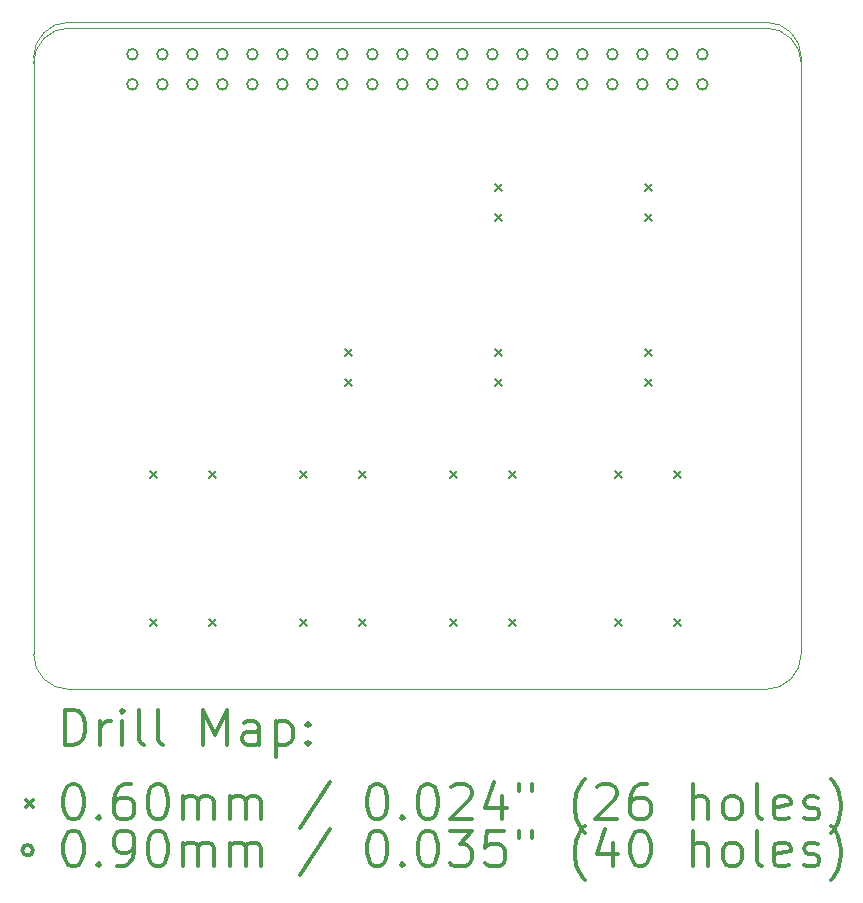
<source format=gbr>
%FSLAX45Y45*%
G04 Gerber Fmt 4.5, Leading zero omitted, Abs format (unit mm)*
G04 Created by KiCad (PCBNEW 4.0.7) date 01/22/18 00:42:28*
%MOMM*%
%LPD*%
G01*
G04 APERTURE LIST*
%ADD10C,0.127000*%
%ADD11C,0.100000*%
%ADD12C,0.200000*%
%ADD13C,0.300000*%
G04 APERTURE END LIST*
D10*
D11*
X5207000Y-9398000D02*
X5207000Y-6350000D01*
X11707000Y-5176000D02*
G75*
G03X11407000Y-4876000I-300000J0D01*
G01*
X5507000Y-4876000D02*
X11407000Y-4876000D01*
X5507000Y-4876000D02*
G75*
G03X5207000Y-5176000I0J-300000D01*
G01*
X11407000Y-10476000D02*
G75*
G03X11707000Y-10176000I0J300000D01*
G01*
X5207000Y-10176000D02*
G75*
G03X5507000Y-10476000I300000J0D01*
G01*
X5507000Y-4826000D02*
G75*
G03X5207000Y-5126000I0J-300000D01*
G01*
X11707000Y-5126000D02*
G75*
G03X11407000Y-4826000I-300000J0D01*
G01*
X5207000Y-8626000D02*
X5207000Y-10176000D01*
X5207000Y-5126000D02*
X5207000Y-6726000D01*
X5507000Y-10476000D02*
X11407000Y-10476000D01*
X11707000Y-5126000D02*
X11707000Y-10176000D01*
X5507000Y-4826000D02*
X11407000Y-4826000D01*
D12*
X6193000Y-8626000D02*
X6253000Y-8686000D01*
X6253000Y-8626000D02*
X6193000Y-8686000D01*
X6193000Y-9876000D02*
X6253000Y-9936000D01*
X6253000Y-9876000D02*
X6193000Y-9936000D01*
X6693000Y-8626000D02*
X6753000Y-8686000D01*
X6753000Y-8626000D02*
X6693000Y-8686000D01*
X6693000Y-9876000D02*
X6753000Y-9936000D01*
X6753000Y-9876000D02*
X6693000Y-9936000D01*
X7463000Y-8626000D02*
X7523000Y-8686000D01*
X7523000Y-8626000D02*
X7463000Y-8686000D01*
X7463000Y-9876000D02*
X7523000Y-9936000D01*
X7523000Y-9876000D02*
X7463000Y-9936000D01*
X7844000Y-7590000D02*
X7904000Y-7650000D01*
X7904000Y-7590000D02*
X7844000Y-7650000D01*
X7844000Y-7844000D02*
X7904000Y-7904000D01*
X7904000Y-7844000D02*
X7844000Y-7904000D01*
X7963000Y-8626000D02*
X8023000Y-8686000D01*
X8023000Y-8626000D02*
X7963000Y-8686000D01*
X7963000Y-9876000D02*
X8023000Y-9936000D01*
X8023000Y-9876000D02*
X7963000Y-9936000D01*
X8733000Y-8626000D02*
X8793000Y-8686000D01*
X8793000Y-8626000D02*
X8733000Y-8686000D01*
X8733000Y-9876000D02*
X8793000Y-9936000D01*
X8793000Y-9876000D02*
X8733000Y-9936000D01*
X9114000Y-6193000D02*
X9174000Y-6253000D01*
X9174000Y-6193000D02*
X9114000Y-6253000D01*
X9114000Y-6447000D02*
X9174000Y-6507000D01*
X9174000Y-6447000D02*
X9114000Y-6507000D01*
X9114000Y-7590000D02*
X9174000Y-7650000D01*
X9174000Y-7590000D02*
X9114000Y-7650000D01*
X9114000Y-7844000D02*
X9174000Y-7904000D01*
X9174000Y-7844000D02*
X9114000Y-7904000D01*
X9233000Y-8626000D02*
X9293000Y-8686000D01*
X9293000Y-8626000D02*
X9233000Y-8686000D01*
X9233000Y-9876000D02*
X9293000Y-9936000D01*
X9293000Y-9876000D02*
X9233000Y-9936000D01*
X10130000Y-8626000D02*
X10190000Y-8686000D01*
X10190000Y-8626000D02*
X10130000Y-8686000D01*
X10130000Y-9876000D02*
X10190000Y-9936000D01*
X10190000Y-9876000D02*
X10130000Y-9936000D01*
X10384000Y-6193000D02*
X10444000Y-6253000D01*
X10444000Y-6193000D02*
X10384000Y-6253000D01*
X10384000Y-6447000D02*
X10444000Y-6507000D01*
X10444000Y-6447000D02*
X10384000Y-6507000D01*
X10384000Y-7590000D02*
X10444000Y-7650000D01*
X10444000Y-7590000D02*
X10384000Y-7650000D01*
X10384000Y-7844000D02*
X10444000Y-7904000D01*
X10444000Y-7844000D02*
X10384000Y-7904000D01*
X10630000Y-8626000D02*
X10690000Y-8686000D01*
X10690000Y-8626000D02*
X10630000Y-8686000D01*
X10630000Y-9876000D02*
X10690000Y-9936000D01*
X10690000Y-9876000D02*
X10630000Y-9936000D01*
X6089000Y-5099000D02*
G75*
G03X6089000Y-5099000I-45000J0D01*
G01*
X6089000Y-5353000D02*
G75*
G03X6089000Y-5353000I-45000J0D01*
G01*
X6343000Y-5099000D02*
G75*
G03X6343000Y-5099000I-45000J0D01*
G01*
X6343000Y-5353000D02*
G75*
G03X6343000Y-5353000I-45000J0D01*
G01*
X6597000Y-5099000D02*
G75*
G03X6597000Y-5099000I-45000J0D01*
G01*
X6597000Y-5353000D02*
G75*
G03X6597000Y-5353000I-45000J0D01*
G01*
X6851000Y-5099000D02*
G75*
G03X6851000Y-5099000I-45000J0D01*
G01*
X6851000Y-5353000D02*
G75*
G03X6851000Y-5353000I-45000J0D01*
G01*
X7105000Y-5099000D02*
G75*
G03X7105000Y-5099000I-45000J0D01*
G01*
X7105000Y-5353000D02*
G75*
G03X7105000Y-5353000I-45000J0D01*
G01*
X7359000Y-5099000D02*
G75*
G03X7359000Y-5099000I-45000J0D01*
G01*
X7359000Y-5353000D02*
G75*
G03X7359000Y-5353000I-45000J0D01*
G01*
X7613000Y-5099000D02*
G75*
G03X7613000Y-5099000I-45000J0D01*
G01*
X7613000Y-5353000D02*
G75*
G03X7613000Y-5353000I-45000J0D01*
G01*
X7867000Y-5099000D02*
G75*
G03X7867000Y-5099000I-45000J0D01*
G01*
X7867000Y-5353000D02*
G75*
G03X7867000Y-5353000I-45000J0D01*
G01*
X8121000Y-5099000D02*
G75*
G03X8121000Y-5099000I-45000J0D01*
G01*
X8121000Y-5353000D02*
G75*
G03X8121000Y-5353000I-45000J0D01*
G01*
X8375000Y-5099000D02*
G75*
G03X8375000Y-5099000I-45000J0D01*
G01*
X8375000Y-5353000D02*
G75*
G03X8375000Y-5353000I-45000J0D01*
G01*
X8629000Y-5099000D02*
G75*
G03X8629000Y-5099000I-45000J0D01*
G01*
X8629000Y-5353000D02*
G75*
G03X8629000Y-5353000I-45000J0D01*
G01*
X8883000Y-5099000D02*
G75*
G03X8883000Y-5099000I-45000J0D01*
G01*
X8883000Y-5353000D02*
G75*
G03X8883000Y-5353000I-45000J0D01*
G01*
X9137000Y-5099000D02*
G75*
G03X9137000Y-5099000I-45000J0D01*
G01*
X9137000Y-5353000D02*
G75*
G03X9137000Y-5353000I-45000J0D01*
G01*
X9391000Y-5099000D02*
G75*
G03X9391000Y-5099000I-45000J0D01*
G01*
X9391000Y-5353000D02*
G75*
G03X9391000Y-5353000I-45000J0D01*
G01*
X9645000Y-5099000D02*
G75*
G03X9645000Y-5099000I-45000J0D01*
G01*
X9645000Y-5353000D02*
G75*
G03X9645000Y-5353000I-45000J0D01*
G01*
X9899000Y-5099000D02*
G75*
G03X9899000Y-5099000I-45000J0D01*
G01*
X9899000Y-5353000D02*
G75*
G03X9899000Y-5353000I-45000J0D01*
G01*
X10153000Y-5099000D02*
G75*
G03X10153000Y-5099000I-45000J0D01*
G01*
X10153000Y-5353000D02*
G75*
G03X10153000Y-5353000I-45000J0D01*
G01*
X10407000Y-5099000D02*
G75*
G03X10407000Y-5099000I-45000J0D01*
G01*
X10407000Y-5353000D02*
G75*
G03X10407000Y-5353000I-45000J0D01*
G01*
X10661000Y-5099000D02*
G75*
G03X10661000Y-5099000I-45000J0D01*
G01*
X10661000Y-5353000D02*
G75*
G03X10661000Y-5353000I-45000J0D01*
G01*
X10915000Y-5099000D02*
G75*
G03X10915000Y-5099000I-45000J0D01*
G01*
X10915000Y-5353000D02*
G75*
G03X10915000Y-5353000I-45000J0D01*
G01*
D13*
X5473429Y-10946714D02*
X5473429Y-10646714D01*
X5544857Y-10646714D01*
X5587714Y-10661000D01*
X5616286Y-10689572D01*
X5630571Y-10718143D01*
X5644857Y-10775286D01*
X5644857Y-10818143D01*
X5630571Y-10875286D01*
X5616286Y-10903857D01*
X5587714Y-10932429D01*
X5544857Y-10946714D01*
X5473429Y-10946714D01*
X5773428Y-10946714D02*
X5773428Y-10746714D01*
X5773428Y-10803857D02*
X5787714Y-10775286D01*
X5802000Y-10761000D01*
X5830571Y-10746714D01*
X5859143Y-10746714D01*
X5959143Y-10946714D02*
X5959143Y-10746714D01*
X5959143Y-10646714D02*
X5944857Y-10661000D01*
X5959143Y-10675286D01*
X5973428Y-10661000D01*
X5959143Y-10646714D01*
X5959143Y-10675286D01*
X6144857Y-10946714D02*
X6116286Y-10932429D01*
X6102000Y-10903857D01*
X6102000Y-10646714D01*
X6302000Y-10946714D02*
X6273428Y-10932429D01*
X6259143Y-10903857D01*
X6259143Y-10646714D01*
X6644857Y-10946714D02*
X6644857Y-10646714D01*
X6744857Y-10861000D01*
X6844857Y-10646714D01*
X6844857Y-10946714D01*
X7116286Y-10946714D02*
X7116286Y-10789572D01*
X7102000Y-10761000D01*
X7073428Y-10746714D01*
X7016286Y-10746714D01*
X6987714Y-10761000D01*
X7116286Y-10932429D02*
X7087714Y-10946714D01*
X7016286Y-10946714D01*
X6987714Y-10932429D01*
X6973428Y-10903857D01*
X6973428Y-10875286D01*
X6987714Y-10846714D01*
X7016286Y-10832429D01*
X7087714Y-10832429D01*
X7116286Y-10818143D01*
X7259143Y-10746714D02*
X7259143Y-11046714D01*
X7259143Y-10761000D02*
X7287714Y-10746714D01*
X7344857Y-10746714D01*
X7373428Y-10761000D01*
X7387714Y-10775286D01*
X7402000Y-10803857D01*
X7402000Y-10889572D01*
X7387714Y-10918143D01*
X7373428Y-10932429D01*
X7344857Y-10946714D01*
X7287714Y-10946714D01*
X7259143Y-10932429D01*
X7530571Y-10918143D02*
X7544857Y-10932429D01*
X7530571Y-10946714D01*
X7516286Y-10932429D01*
X7530571Y-10918143D01*
X7530571Y-10946714D01*
X7530571Y-10761000D02*
X7544857Y-10775286D01*
X7530571Y-10789572D01*
X7516286Y-10775286D01*
X7530571Y-10761000D01*
X7530571Y-10789572D01*
X5142000Y-11411000D02*
X5202000Y-11471000D01*
X5202000Y-11411000D02*
X5142000Y-11471000D01*
X5530571Y-11276714D02*
X5559143Y-11276714D01*
X5587714Y-11291000D01*
X5602000Y-11305286D01*
X5616286Y-11333857D01*
X5630571Y-11391000D01*
X5630571Y-11462429D01*
X5616286Y-11519571D01*
X5602000Y-11548143D01*
X5587714Y-11562429D01*
X5559143Y-11576714D01*
X5530571Y-11576714D01*
X5502000Y-11562429D01*
X5487714Y-11548143D01*
X5473429Y-11519571D01*
X5459143Y-11462429D01*
X5459143Y-11391000D01*
X5473429Y-11333857D01*
X5487714Y-11305286D01*
X5502000Y-11291000D01*
X5530571Y-11276714D01*
X5759143Y-11548143D02*
X5773428Y-11562429D01*
X5759143Y-11576714D01*
X5744857Y-11562429D01*
X5759143Y-11548143D01*
X5759143Y-11576714D01*
X6030571Y-11276714D02*
X5973428Y-11276714D01*
X5944857Y-11291000D01*
X5930571Y-11305286D01*
X5902000Y-11348143D01*
X5887714Y-11405286D01*
X5887714Y-11519571D01*
X5902000Y-11548143D01*
X5916286Y-11562429D01*
X5944857Y-11576714D01*
X6002000Y-11576714D01*
X6030571Y-11562429D01*
X6044857Y-11548143D01*
X6059143Y-11519571D01*
X6059143Y-11448143D01*
X6044857Y-11419571D01*
X6030571Y-11405286D01*
X6002000Y-11391000D01*
X5944857Y-11391000D01*
X5916286Y-11405286D01*
X5902000Y-11419571D01*
X5887714Y-11448143D01*
X6244857Y-11276714D02*
X6273428Y-11276714D01*
X6302000Y-11291000D01*
X6316286Y-11305286D01*
X6330571Y-11333857D01*
X6344857Y-11391000D01*
X6344857Y-11462429D01*
X6330571Y-11519571D01*
X6316286Y-11548143D01*
X6302000Y-11562429D01*
X6273428Y-11576714D01*
X6244857Y-11576714D01*
X6216286Y-11562429D01*
X6202000Y-11548143D01*
X6187714Y-11519571D01*
X6173428Y-11462429D01*
X6173428Y-11391000D01*
X6187714Y-11333857D01*
X6202000Y-11305286D01*
X6216286Y-11291000D01*
X6244857Y-11276714D01*
X6473428Y-11576714D02*
X6473428Y-11376714D01*
X6473428Y-11405286D02*
X6487714Y-11391000D01*
X6516286Y-11376714D01*
X6559143Y-11376714D01*
X6587714Y-11391000D01*
X6602000Y-11419571D01*
X6602000Y-11576714D01*
X6602000Y-11419571D02*
X6616286Y-11391000D01*
X6644857Y-11376714D01*
X6687714Y-11376714D01*
X6716286Y-11391000D01*
X6730571Y-11419571D01*
X6730571Y-11576714D01*
X6873428Y-11576714D02*
X6873428Y-11376714D01*
X6873428Y-11405286D02*
X6887714Y-11391000D01*
X6916286Y-11376714D01*
X6959143Y-11376714D01*
X6987714Y-11391000D01*
X7002000Y-11419571D01*
X7002000Y-11576714D01*
X7002000Y-11419571D02*
X7016286Y-11391000D01*
X7044857Y-11376714D01*
X7087714Y-11376714D01*
X7116286Y-11391000D01*
X7130571Y-11419571D01*
X7130571Y-11576714D01*
X7716286Y-11262429D02*
X7459143Y-11648143D01*
X8102000Y-11276714D02*
X8130571Y-11276714D01*
X8159143Y-11291000D01*
X8173428Y-11305286D01*
X8187714Y-11333857D01*
X8202000Y-11391000D01*
X8202000Y-11462429D01*
X8187714Y-11519571D01*
X8173428Y-11548143D01*
X8159143Y-11562429D01*
X8130571Y-11576714D01*
X8102000Y-11576714D01*
X8073428Y-11562429D01*
X8059143Y-11548143D01*
X8044857Y-11519571D01*
X8030571Y-11462429D01*
X8030571Y-11391000D01*
X8044857Y-11333857D01*
X8059143Y-11305286D01*
X8073428Y-11291000D01*
X8102000Y-11276714D01*
X8330571Y-11548143D02*
X8344857Y-11562429D01*
X8330571Y-11576714D01*
X8316286Y-11562429D01*
X8330571Y-11548143D01*
X8330571Y-11576714D01*
X8530571Y-11276714D02*
X8559143Y-11276714D01*
X8587714Y-11291000D01*
X8602000Y-11305286D01*
X8616286Y-11333857D01*
X8630571Y-11391000D01*
X8630571Y-11462429D01*
X8616286Y-11519571D01*
X8602000Y-11548143D01*
X8587714Y-11562429D01*
X8559143Y-11576714D01*
X8530571Y-11576714D01*
X8502000Y-11562429D01*
X8487714Y-11548143D01*
X8473428Y-11519571D01*
X8459143Y-11462429D01*
X8459143Y-11391000D01*
X8473428Y-11333857D01*
X8487714Y-11305286D01*
X8502000Y-11291000D01*
X8530571Y-11276714D01*
X8744857Y-11305286D02*
X8759143Y-11291000D01*
X8787714Y-11276714D01*
X8859143Y-11276714D01*
X8887714Y-11291000D01*
X8902000Y-11305286D01*
X8916286Y-11333857D01*
X8916286Y-11362429D01*
X8902000Y-11405286D01*
X8730571Y-11576714D01*
X8916286Y-11576714D01*
X9173428Y-11376714D02*
X9173428Y-11576714D01*
X9102000Y-11262429D02*
X9030571Y-11476714D01*
X9216286Y-11476714D01*
X9316286Y-11276714D02*
X9316286Y-11333857D01*
X9430571Y-11276714D02*
X9430571Y-11333857D01*
X9873428Y-11691000D02*
X9859143Y-11676714D01*
X9830571Y-11633857D01*
X9816286Y-11605286D01*
X9802000Y-11562429D01*
X9787714Y-11491000D01*
X9787714Y-11433857D01*
X9802000Y-11362429D01*
X9816286Y-11319571D01*
X9830571Y-11291000D01*
X9859143Y-11248143D01*
X9873428Y-11233857D01*
X9973428Y-11305286D02*
X9987714Y-11291000D01*
X10016286Y-11276714D01*
X10087714Y-11276714D01*
X10116286Y-11291000D01*
X10130571Y-11305286D01*
X10144857Y-11333857D01*
X10144857Y-11362429D01*
X10130571Y-11405286D01*
X9959143Y-11576714D01*
X10144857Y-11576714D01*
X10402000Y-11276714D02*
X10344857Y-11276714D01*
X10316286Y-11291000D01*
X10302000Y-11305286D01*
X10273428Y-11348143D01*
X10259143Y-11405286D01*
X10259143Y-11519571D01*
X10273428Y-11548143D01*
X10287714Y-11562429D01*
X10316286Y-11576714D01*
X10373428Y-11576714D01*
X10402000Y-11562429D01*
X10416286Y-11548143D01*
X10430571Y-11519571D01*
X10430571Y-11448143D01*
X10416286Y-11419571D01*
X10402000Y-11405286D01*
X10373428Y-11391000D01*
X10316286Y-11391000D01*
X10287714Y-11405286D01*
X10273428Y-11419571D01*
X10259143Y-11448143D01*
X10787714Y-11576714D02*
X10787714Y-11276714D01*
X10916286Y-11576714D02*
X10916286Y-11419571D01*
X10902000Y-11391000D01*
X10873428Y-11376714D01*
X10830571Y-11376714D01*
X10802000Y-11391000D01*
X10787714Y-11405286D01*
X11102000Y-11576714D02*
X11073428Y-11562429D01*
X11059143Y-11548143D01*
X11044857Y-11519571D01*
X11044857Y-11433857D01*
X11059143Y-11405286D01*
X11073428Y-11391000D01*
X11102000Y-11376714D01*
X11144857Y-11376714D01*
X11173428Y-11391000D01*
X11187714Y-11405286D01*
X11202000Y-11433857D01*
X11202000Y-11519571D01*
X11187714Y-11548143D01*
X11173428Y-11562429D01*
X11144857Y-11576714D01*
X11102000Y-11576714D01*
X11373428Y-11576714D02*
X11344857Y-11562429D01*
X11330571Y-11533857D01*
X11330571Y-11276714D01*
X11602000Y-11562429D02*
X11573428Y-11576714D01*
X11516286Y-11576714D01*
X11487714Y-11562429D01*
X11473428Y-11533857D01*
X11473428Y-11419571D01*
X11487714Y-11391000D01*
X11516286Y-11376714D01*
X11573428Y-11376714D01*
X11602000Y-11391000D01*
X11616286Y-11419571D01*
X11616286Y-11448143D01*
X11473428Y-11476714D01*
X11730571Y-11562429D02*
X11759143Y-11576714D01*
X11816286Y-11576714D01*
X11844857Y-11562429D01*
X11859143Y-11533857D01*
X11859143Y-11519571D01*
X11844857Y-11491000D01*
X11816286Y-11476714D01*
X11773428Y-11476714D01*
X11744857Y-11462429D01*
X11730571Y-11433857D01*
X11730571Y-11419571D01*
X11744857Y-11391000D01*
X11773428Y-11376714D01*
X11816286Y-11376714D01*
X11844857Y-11391000D01*
X11959143Y-11691000D02*
X11973428Y-11676714D01*
X12002000Y-11633857D01*
X12016286Y-11605286D01*
X12030571Y-11562429D01*
X12044857Y-11491000D01*
X12044857Y-11433857D01*
X12030571Y-11362429D01*
X12016286Y-11319571D01*
X12002000Y-11291000D01*
X11973428Y-11248143D01*
X11959143Y-11233857D01*
X5202000Y-11837000D02*
G75*
G03X5202000Y-11837000I-45000J0D01*
G01*
X5530571Y-11672714D02*
X5559143Y-11672714D01*
X5587714Y-11687000D01*
X5602000Y-11701286D01*
X5616286Y-11729857D01*
X5630571Y-11787000D01*
X5630571Y-11858429D01*
X5616286Y-11915571D01*
X5602000Y-11944143D01*
X5587714Y-11958429D01*
X5559143Y-11972714D01*
X5530571Y-11972714D01*
X5502000Y-11958429D01*
X5487714Y-11944143D01*
X5473429Y-11915571D01*
X5459143Y-11858429D01*
X5459143Y-11787000D01*
X5473429Y-11729857D01*
X5487714Y-11701286D01*
X5502000Y-11687000D01*
X5530571Y-11672714D01*
X5759143Y-11944143D02*
X5773428Y-11958429D01*
X5759143Y-11972714D01*
X5744857Y-11958429D01*
X5759143Y-11944143D01*
X5759143Y-11972714D01*
X5916286Y-11972714D02*
X5973428Y-11972714D01*
X6002000Y-11958429D01*
X6016286Y-11944143D01*
X6044857Y-11901286D01*
X6059143Y-11844143D01*
X6059143Y-11729857D01*
X6044857Y-11701286D01*
X6030571Y-11687000D01*
X6002000Y-11672714D01*
X5944857Y-11672714D01*
X5916286Y-11687000D01*
X5902000Y-11701286D01*
X5887714Y-11729857D01*
X5887714Y-11801286D01*
X5902000Y-11829857D01*
X5916286Y-11844143D01*
X5944857Y-11858429D01*
X6002000Y-11858429D01*
X6030571Y-11844143D01*
X6044857Y-11829857D01*
X6059143Y-11801286D01*
X6244857Y-11672714D02*
X6273428Y-11672714D01*
X6302000Y-11687000D01*
X6316286Y-11701286D01*
X6330571Y-11729857D01*
X6344857Y-11787000D01*
X6344857Y-11858429D01*
X6330571Y-11915571D01*
X6316286Y-11944143D01*
X6302000Y-11958429D01*
X6273428Y-11972714D01*
X6244857Y-11972714D01*
X6216286Y-11958429D01*
X6202000Y-11944143D01*
X6187714Y-11915571D01*
X6173428Y-11858429D01*
X6173428Y-11787000D01*
X6187714Y-11729857D01*
X6202000Y-11701286D01*
X6216286Y-11687000D01*
X6244857Y-11672714D01*
X6473428Y-11972714D02*
X6473428Y-11772714D01*
X6473428Y-11801286D02*
X6487714Y-11787000D01*
X6516286Y-11772714D01*
X6559143Y-11772714D01*
X6587714Y-11787000D01*
X6602000Y-11815571D01*
X6602000Y-11972714D01*
X6602000Y-11815571D02*
X6616286Y-11787000D01*
X6644857Y-11772714D01*
X6687714Y-11772714D01*
X6716286Y-11787000D01*
X6730571Y-11815571D01*
X6730571Y-11972714D01*
X6873428Y-11972714D02*
X6873428Y-11772714D01*
X6873428Y-11801286D02*
X6887714Y-11787000D01*
X6916286Y-11772714D01*
X6959143Y-11772714D01*
X6987714Y-11787000D01*
X7002000Y-11815571D01*
X7002000Y-11972714D01*
X7002000Y-11815571D02*
X7016286Y-11787000D01*
X7044857Y-11772714D01*
X7087714Y-11772714D01*
X7116286Y-11787000D01*
X7130571Y-11815571D01*
X7130571Y-11972714D01*
X7716286Y-11658429D02*
X7459143Y-12044143D01*
X8102000Y-11672714D02*
X8130571Y-11672714D01*
X8159143Y-11687000D01*
X8173428Y-11701286D01*
X8187714Y-11729857D01*
X8202000Y-11787000D01*
X8202000Y-11858429D01*
X8187714Y-11915571D01*
X8173428Y-11944143D01*
X8159143Y-11958429D01*
X8130571Y-11972714D01*
X8102000Y-11972714D01*
X8073428Y-11958429D01*
X8059143Y-11944143D01*
X8044857Y-11915571D01*
X8030571Y-11858429D01*
X8030571Y-11787000D01*
X8044857Y-11729857D01*
X8059143Y-11701286D01*
X8073428Y-11687000D01*
X8102000Y-11672714D01*
X8330571Y-11944143D02*
X8344857Y-11958429D01*
X8330571Y-11972714D01*
X8316286Y-11958429D01*
X8330571Y-11944143D01*
X8330571Y-11972714D01*
X8530571Y-11672714D02*
X8559143Y-11672714D01*
X8587714Y-11687000D01*
X8602000Y-11701286D01*
X8616286Y-11729857D01*
X8630571Y-11787000D01*
X8630571Y-11858429D01*
X8616286Y-11915571D01*
X8602000Y-11944143D01*
X8587714Y-11958429D01*
X8559143Y-11972714D01*
X8530571Y-11972714D01*
X8502000Y-11958429D01*
X8487714Y-11944143D01*
X8473428Y-11915571D01*
X8459143Y-11858429D01*
X8459143Y-11787000D01*
X8473428Y-11729857D01*
X8487714Y-11701286D01*
X8502000Y-11687000D01*
X8530571Y-11672714D01*
X8730571Y-11672714D02*
X8916286Y-11672714D01*
X8816286Y-11787000D01*
X8859143Y-11787000D01*
X8887714Y-11801286D01*
X8902000Y-11815571D01*
X8916286Y-11844143D01*
X8916286Y-11915571D01*
X8902000Y-11944143D01*
X8887714Y-11958429D01*
X8859143Y-11972714D01*
X8773428Y-11972714D01*
X8744857Y-11958429D01*
X8730571Y-11944143D01*
X9187714Y-11672714D02*
X9044857Y-11672714D01*
X9030571Y-11815571D01*
X9044857Y-11801286D01*
X9073428Y-11787000D01*
X9144857Y-11787000D01*
X9173428Y-11801286D01*
X9187714Y-11815571D01*
X9202000Y-11844143D01*
X9202000Y-11915571D01*
X9187714Y-11944143D01*
X9173428Y-11958429D01*
X9144857Y-11972714D01*
X9073428Y-11972714D01*
X9044857Y-11958429D01*
X9030571Y-11944143D01*
X9316286Y-11672714D02*
X9316286Y-11729857D01*
X9430571Y-11672714D02*
X9430571Y-11729857D01*
X9873428Y-12087000D02*
X9859143Y-12072714D01*
X9830571Y-12029857D01*
X9816286Y-12001286D01*
X9802000Y-11958429D01*
X9787714Y-11887000D01*
X9787714Y-11829857D01*
X9802000Y-11758429D01*
X9816286Y-11715571D01*
X9830571Y-11687000D01*
X9859143Y-11644143D01*
X9873428Y-11629857D01*
X10116286Y-11772714D02*
X10116286Y-11972714D01*
X10044857Y-11658429D02*
X9973428Y-11872714D01*
X10159143Y-11872714D01*
X10330571Y-11672714D02*
X10359143Y-11672714D01*
X10387714Y-11687000D01*
X10402000Y-11701286D01*
X10416286Y-11729857D01*
X10430571Y-11787000D01*
X10430571Y-11858429D01*
X10416286Y-11915571D01*
X10402000Y-11944143D01*
X10387714Y-11958429D01*
X10359143Y-11972714D01*
X10330571Y-11972714D01*
X10302000Y-11958429D01*
X10287714Y-11944143D01*
X10273428Y-11915571D01*
X10259143Y-11858429D01*
X10259143Y-11787000D01*
X10273428Y-11729857D01*
X10287714Y-11701286D01*
X10302000Y-11687000D01*
X10330571Y-11672714D01*
X10787714Y-11972714D02*
X10787714Y-11672714D01*
X10916286Y-11972714D02*
X10916286Y-11815571D01*
X10902000Y-11787000D01*
X10873428Y-11772714D01*
X10830571Y-11772714D01*
X10802000Y-11787000D01*
X10787714Y-11801286D01*
X11102000Y-11972714D02*
X11073428Y-11958429D01*
X11059143Y-11944143D01*
X11044857Y-11915571D01*
X11044857Y-11829857D01*
X11059143Y-11801286D01*
X11073428Y-11787000D01*
X11102000Y-11772714D01*
X11144857Y-11772714D01*
X11173428Y-11787000D01*
X11187714Y-11801286D01*
X11202000Y-11829857D01*
X11202000Y-11915571D01*
X11187714Y-11944143D01*
X11173428Y-11958429D01*
X11144857Y-11972714D01*
X11102000Y-11972714D01*
X11373428Y-11972714D02*
X11344857Y-11958429D01*
X11330571Y-11929857D01*
X11330571Y-11672714D01*
X11602000Y-11958429D02*
X11573428Y-11972714D01*
X11516286Y-11972714D01*
X11487714Y-11958429D01*
X11473428Y-11929857D01*
X11473428Y-11815571D01*
X11487714Y-11787000D01*
X11516286Y-11772714D01*
X11573428Y-11772714D01*
X11602000Y-11787000D01*
X11616286Y-11815571D01*
X11616286Y-11844143D01*
X11473428Y-11872714D01*
X11730571Y-11958429D02*
X11759143Y-11972714D01*
X11816286Y-11972714D01*
X11844857Y-11958429D01*
X11859143Y-11929857D01*
X11859143Y-11915571D01*
X11844857Y-11887000D01*
X11816286Y-11872714D01*
X11773428Y-11872714D01*
X11744857Y-11858429D01*
X11730571Y-11829857D01*
X11730571Y-11815571D01*
X11744857Y-11787000D01*
X11773428Y-11772714D01*
X11816286Y-11772714D01*
X11844857Y-11787000D01*
X11959143Y-12087000D02*
X11973428Y-12072714D01*
X12002000Y-12029857D01*
X12016286Y-12001286D01*
X12030571Y-11958429D01*
X12044857Y-11887000D01*
X12044857Y-11829857D01*
X12030571Y-11758429D01*
X12016286Y-11715571D01*
X12002000Y-11687000D01*
X11973428Y-11644143D01*
X11959143Y-11629857D01*
M02*

</source>
